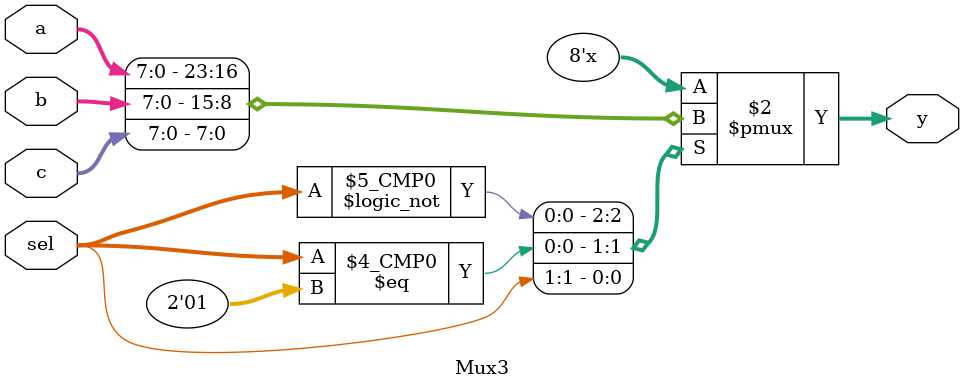
<source format=sv>
module Mux3#(parameter w=8)(input logic [w-1:0] a,b,c, input logic [1:0] sel, output logic [w-1:0] y);
always_comb
casex(sel)
2'b00: y=a;
2'b01: y=b;
2'b1x: y=c;
endcase
endmodule

</source>
